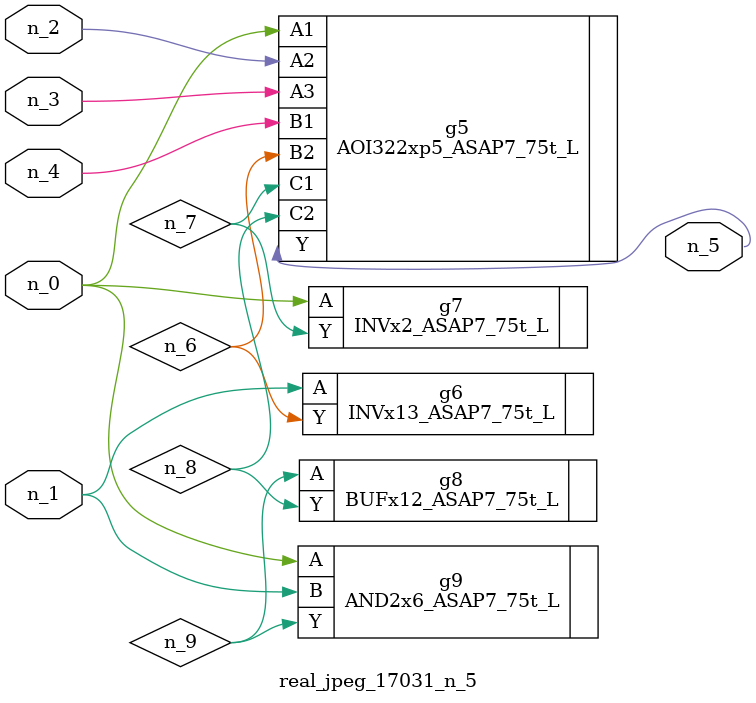
<source format=v>
module real_jpeg_17031_n_5 (n_4, n_0, n_1, n_2, n_3, n_5);

input n_4;
input n_0;
input n_1;
input n_2;
input n_3;

output n_5;

wire n_8;
wire n_6;
wire n_7;
wire n_9;

AOI322xp5_ASAP7_75t_L g5 ( 
.A1(n_0),
.A2(n_2),
.A3(n_3),
.B1(n_4),
.B2(n_6),
.C1(n_7),
.C2(n_8),
.Y(n_5)
);

INVx2_ASAP7_75t_L g7 ( 
.A(n_0),
.Y(n_7)
);

AND2x6_ASAP7_75t_L g9 ( 
.A(n_0),
.B(n_1),
.Y(n_9)
);

INVx13_ASAP7_75t_L g6 ( 
.A(n_1),
.Y(n_6)
);

BUFx12_ASAP7_75t_L g8 ( 
.A(n_9),
.Y(n_8)
);


endmodule
</source>
